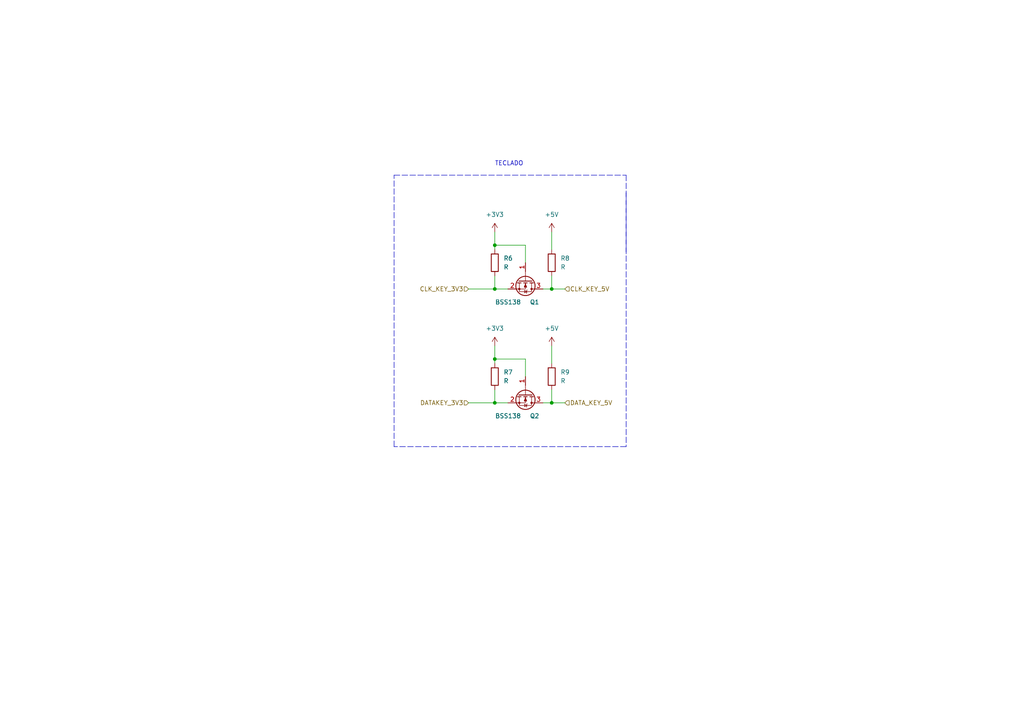
<source format=kicad_sch>
(kicad_sch (version 20211123) (generator eeschema)
  (paper "A4")
  (lib_symbols
    (symbol "Device:R" (pin_numbers hide) (pin_names (offset 0))
      (property "Reference" "R" (at 2.032 0 90))
      (property "Value" "R" (at 0 0 90))
      (symbol "R_0_1"
        (rectangle (start -1.016 -2.54) (end 1.016 2.54) (stroke (width 0.254)))
      )
      (symbol "R_1_1"
        (pin passive line (at 0 3.81 270) (length 1.27) (name "~") (number "1"))
        (pin passive line (at 0 -3.81 90) (length 1.27) (name "~") (number "2"))
      )
    )
    (symbol "Transistor_FET:BSS138" (pin_names hide)
      (property "Reference" "Q" (at 5.08 1.905 0))
      (property "Value" "BSS138" (at 5.08 0 0))
      (symbol "BSS138_0_1"
        (polyline (pts (xy 0.254 0) (xy -2.54 0)))
        (polyline (pts (xy 0.254 1.905) (xy 0.254 -1.905)) (stroke (width 0.254)))
        (polyline (pts (xy 0.762 -1.27) (xy 0.762 -2.286)) (stroke (width 0.254)))
        (polyline (pts (xy 0.762 0.508) (xy 0.762 -0.508)) (stroke (width 0.254)))
        (polyline (pts (xy 0.762 2.286) (xy 0.762 1.27)) (stroke (width 0.254)))
        (polyline (pts (xy 2.54 2.54) (xy 2.54 1.778)))
        (polyline (pts (xy 2.54 -2.54) (xy 2.54 0) (xy 0.762 0)))
        (polyline (pts (xy 0.762 -1.778) (xy 3.302 -1.778) (xy 3.302 1.778) (xy 0.762 1.778)))
        (polyline (pts (xy 1.016 0) (xy 2.032 0.381) (xy 2.032 -0.381) (xy 1.016 0)) (fill (type outline)))
        (polyline (pts (xy 2.794 0.508) (xy 2.921 0.381) (xy 3.683 0.381) (xy 3.81 0.254)))
        (polyline (pts (xy 3.302 0.381) (xy 2.921 -0.254) (xy 3.683 -0.254) (xy 3.302 0.381)))
        (circle (center 1.651 0) (radius 2.794) (stroke (width 0.254)))
        (circle (center 2.54 -1.778) (radius 0.254) (fill (type outline)))
        (circle (center 2.54 1.778) (radius 0.254) (fill (type outline)))
      )
      (symbol "BSS138_1_1"
        (pin input line (at -5.08 0 0) (length 2.54) (name "G") (number "1"))
        (pin passive line (at 2.54 -5.08 90) (length 2.54) (name "S") (number "2"))
        (pin passive line (at 2.54 5.08 270) (length 2.54) (name "D") (number "3"))
      )
    )
    (symbol "power:+3.3V" (power) (pin_names (offset 0))
      (property "Value" "+3.3V" (at 0 3.556 0))
      (symbol "+3.3V_0_1"
        (polyline (pts (xy -0.762 1.27) (xy 0 2.54)))
        (polyline (pts (xy 0 0) (xy 0 2.54)))
        (polyline (pts (xy 0 2.54) (xy 0.762 1.27)))
      )
      (symbol "+3.3V_1_1"
        (pin power_in line (at 0 0 90) (length 0) hide (name "+3V3") (number "1"))
      )
    )
    (symbol "power:+5V" (power) (pin_names (offset 0))
      (property "Value" "+5V" (at 0 3.556 0))
      (symbol "+5V_0_1"
        (polyline (pts (xy -0.762 1.27) (xy 0 2.54)))
        (polyline (pts (xy 0 0) (xy 0 2.54)))
        (polyline (pts (xy 0 2.54) (xy 0.762 1.27)))
      )
      (symbol "+5V_1_1"
        (pin power_in line (at 0 0 90) (length 0) hide (name "+5V") (number "1"))
      )
    )
  )
  (junction (at 143.51 116.84))
  (junction (at 143.51 104.14))
  (junction (at 143.51 83.82))
  (junction (at 160.02 83.82))
  (junction (at 160.02 116.84))
  (junction (at 143.51 71.12))
  (wire (pts (xy 152.4 76.2) (xy 152.4 71.12)))
  (wire (pts (xy 143.51 67.31) (xy 143.51 71.12)))
  (wire (pts (xy 160.02 83.82) (xy 163.83 83.82)))
  (wire (pts (xy 143.51 83.82) (xy 147.32 83.82)))
  (wire (pts (xy 152.4 109.22) (xy 152.4 104.14)))
  (polyline (pts (xy 181.61 129.54) (xy 114.3 129.54)))
  (wire (pts (xy 143.51 100.33) (xy 143.51 104.14)))
  (wire (pts (xy 160.02 67.31) (xy 160.02 72.39)))
  (wire (pts (xy 143.51 116.84) (xy 147.32 116.84)))
  (wire (pts (xy 143.51 80.01) (xy 143.51 83.82)))
  (wire (pts (xy 160.02 116.84) (xy 163.83 116.84)))
  (polyline (pts (xy 181.61 55.88) (xy 181.61 129.54)))
  (wire (pts (xy 143.51 71.12) (xy 143.51 72.39)))
  (polyline (pts (xy 114.3 50.8) (xy 181.61 50.8)))
  (wire (pts (xy 143.51 104.14) (xy 143.51 105.41)))
  (wire (pts (xy 160.02 83.82) (xy 160.02 80.01)))
  (wire (pts (xy 157.48 83.82) (xy 160.02 83.82)))
  (wire (pts (xy 157.48 116.84) (xy 160.02 116.84)))
  (polyline (pts (xy 114.3 129.54) (xy 114.3 50.8)))
  (wire (pts (xy 152.4 104.14) (xy 143.51 104.14)))
  (wire (pts (xy 135.89 116.84) (xy 143.51 116.84)))
  (wire (pts (xy 135.89 83.82) (xy 143.51 83.82)))
  (wire (pts (xy 143.51 113.03) (xy 143.51 116.84)))
  (polyline (pts (xy 181.61 50.8) (xy 181.61 73.66)))
  (wire (pts (xy 152.4 71.12) (xy 143.51 71.12)))
  (wire (pts (xy 160.02 116.84) (xy 160.02 113.03)))
  (wire (pts (xy 160.02 100.33) (xy 160.02 105.41)))
  (text "TECLADO\n" (at 143.51 48.26 0) (effects (font (size 1.27 1.27)) (justify left bottom)))
  (hierarchical_label "CLK_KEY_5V" (shape input) (at 163.83 83.82 0))
  (hierarchical_label "DATAKEY_3V3" (shape input) (at 135.89 116.84 180))
  (hierarchical_label "DATA_KEY_5V" (shape input) (at 163.83 116.84 0))
  (hierarchical_label "CLK_KEY_3V3" (shape input) (at 135.89 83.82 180))
  (symbol (lib_id "Device:R") (at 143.51 76.2 0) (unit 1)
    (property "Reference" "R6" (at 146.05 74.9299 0) (effects (justify left)))
    (property "Value" "R" (at 146.05 77.4699 0) (effects (justify left)))
    (property "Footprint" "Resistor_SMD:R_0805_2012Metric_Pad1.20x1.40mm_HandSolder" (effects hide))
  )
  (symbol (lib_id "power:+5V") (at 160.02 100.33 0) (unit 1)
    (property "Reference" "#PWR045" (effects hide))
    (property "Value" "+5V" (at 160.02 95.25 0))
  )
  (symbol (lib_id "power:+3.3V") (at 143.51 67.31 0) (unit 1)
    (property "Reference" "#PWR042" (effects hide))
    (property "Value" "+3.3V" (at 143.51 62.23 0))
  )
  (symbol (lib_id "Transistor_FET:BSS138") (at 152.4 114.3 270) (unit 1)
    (property "Reference" "Q2" (at 153.6701 120.65 90) (effects (justify left)))
    (property "Value" "BSS138" (at 151.1301 120.65 90) (effects (justify right)))
    (property "Footprint" "Package_TO_SOT_SMD:SOT-23" (effects hide))
    (property "Datasheet" "https://www.onsemi.com/pub/Collateral/BSS138-D.PDF" (effects hide))
  )
  (symbol (lib_id "Transistor_FET:BSS138") (at 152.4 81.28 270) (unit 1)
    (property "Reference" "Q1" (at 153.6701 87.63 90) (effects (justify left)))
    (property "Value" "BSS138" (at 151.1301 87.63 90) (effects (justify right)))
    (property "Footprint" "Package_TO_SOT_SMD:SOT-23" (effects hide))
    (property "Datasheet" "https://www.onsemi.com/pub/Collateral/BSS138-D.PDF" (effects hide))
  )
  (symbol (lib_id "Device:R") (at 143.51 109.22 0) (unit 1)
    (property "Reference" "R7" (at 146.05 107.9499 0) (effects (justify left)))
    (property "Value" "R" (at 146.05 110.4899 0) (effects (justify left)))
    (property "Footprint" "Resistor_SMD:R_0805_2012Metric_Pad1.20x1.40mm_HandSolder" (effects hide))
  )
  (symbol (lib_id "power:+3.3V") (at 143.51 100.33 0) (unit 1)
    (property "Reference" "#PWR043" (effects hide))
    (property "Value" "+3.3V" (at 143.51 95.25 0))
  )
  (symbol (lib_id "Device:R") (at 160.02 109.22 0) (unit 1)
    (property "Reference" "R9" (at 162.56 107.9499 0) (effects (justify left)))
    (property "Value" "R" (at 162.56 110.4899 0) (effects (justify left)))
    (property "Footprint" "Resistor_SMD:R_0805_2012Metric_Pad1.20x1.40mm_HandSolder" (effects hide))
  )
  (symbol (lib_id "power:+5V") (at 160.02 67.31 0) (unit 1)
    (property "Reference" "#PWR044" (effects hide))
    (property "Value" "+5V" (at 160.02 62.23 0))
  )
  (symbol (lib_id "Device:R") (at 160.02 76.2 0) (unit 1)
    (property "Reference" "R8" (at 162.56 74.9299 0) (effects (justify left)))
    (property "Value" "R" (at 162.56 77.4699 0) (effects (justify left)))
    (property "Footprint" "Resistor_SMD:R_0805_2012Metric_Pad1.20x1.40mm_HandSolder" (effects hide))
  )
)
</source>
